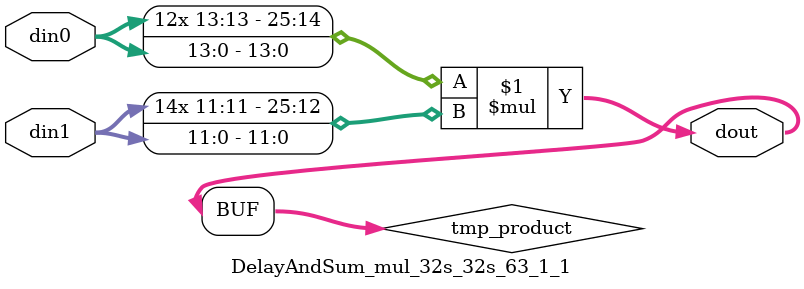
<source format=v>

`timescale 1 ns / 1 ps

 module DelayAndSum_mul_32s_32s_63_1_1(din0, din1, dout);
parameter ID = 1;
parameter NUM_STAGE = 0;
parameter din0_WIDTH = 14;
parameter din1_WIDTH = 12;
parameter dout_WIDTH = 26;

input [din0_WIDTH - 1 : 0] din0; 
input [din1_WIDTH - 1 : 0] din1; 
output [dout_WIDTH - 1 : 0] dout;

wire signed [dout_WIDTH - 1 : 0] tmp_product;



























assign tmp_product = $signed(din0) * $signed(din1);








assign dout = tmp_product;





















endmodule

</source>
